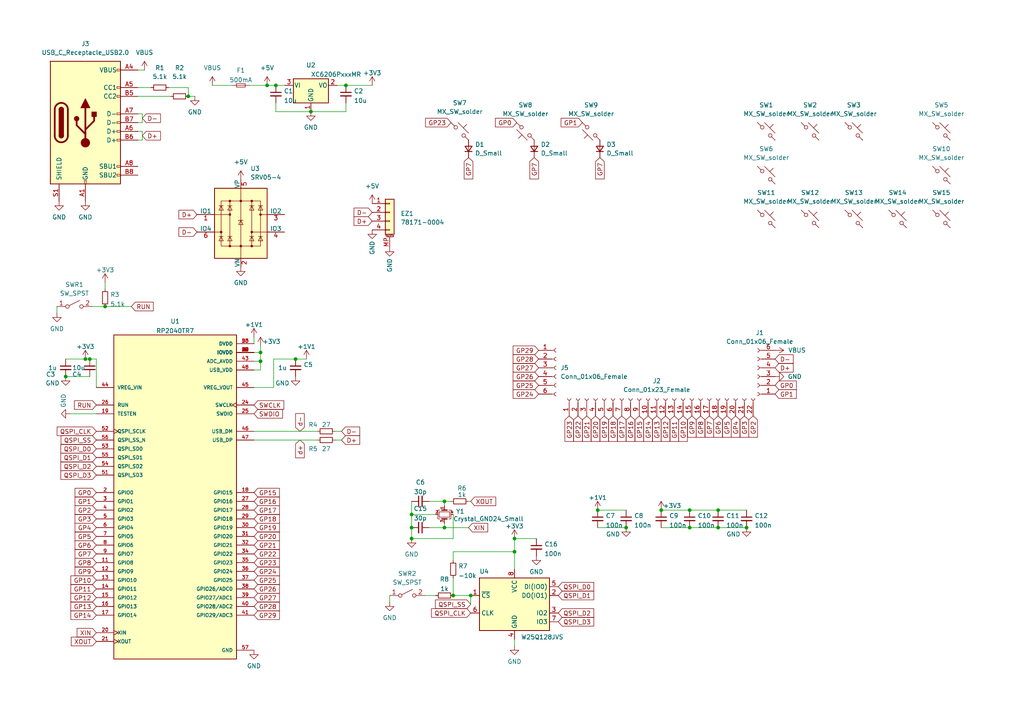
<source format=kicad_sch>
(kicad_sch (version 20211123) (generator eeschema)
  (paper "A4")
  (lib_symbols
    (symbol "Connector:Conn_01x06_Female" (pin_names (offset 1.016) hide)
      (property "Reference" "J" (at 0 7.62 0))
      (property "Value" "Conn_01x06_Female" (at 0 -10.16 0))
      (symbol "Conn_01x06_Female_1_1"
        (pin passive line (at -5.08 5.08 0) (length 3.81) (name "Pin_1") (number "1"))
        (pin passive line (at -5.08 2.54 0) (length 3.81) (name "Pin_2") (number "2"))
        (pin passive line (at -5.08 0 0) (length 3.81) (name "Pin_3") (number "3"))
        (pin passive line (at -5.08 -2.54 0) (length 3.81) (name "Pin_4") (number "4"))
        (pin passive line (at -5.08 -5.08 0) (length 3.81) (name "Pin_5") (number "5"))
        (pin passive line (at -5.08 -7.62 0) (length 3.81) (name "Pin_6") (number "6"))
      )
    )
    (symbol "Connector:Conn_01x22_Female" (pin_names (offset 1.016) hide)
      (property "Reference" "J" (at 0 27.94 0))
      (property "Value" "Conn_01x22_Female" (at 0 -30.48 0))
      (symbol "Conn_01x22_Female_1_1"
        (pin passive line (at -5.08 25.4 0) (length 3.81) (name "Pin_1") (number "1"))
        (pin passive line (at -5.08 2.54 0) (length 3.81) (name "Pin_10") (number "10"))
        (pin passive line (at -5.08 0 0) (length 3.81) (name "Pin_11") (number "11"))
        (pin passive line (at -5.08 -2.54 0) (length 3.81) (name "Pin_12") (number "12"))
        (pin passive line (at -5.08 -5.08 0) (length 3.81) (name "Pin_13") (number "13"))
        (pin passive line (at -5.08 -7.62 0) (length 3.81) (name "Pin_14") (number "14"))
        (pin passive line (at -5.08 -10.16 0) (length 3.81) (name "Pin_15") (number "15"))
        (pin passive line (at -5.08 -12.7 0) (length 3.81) (name "Pin_16") (number "16"))
        (pin passive line (at -5.08 -15.24 0) (length 3.81) (name "Pin_17") (number "17"))
        (pin passive line (at -5.08 -17.78 0) (length 3.81) (name "Pin_18") (number "18"))
        (pin passive line (at -5.08 -20.32 0) (length 3.81) (name "Pin_19") (number "19"))
        (pin passive line (at -5.08 22.86 0) (length 3.81) (name "Pin_2") (number "2"))
        (pin passive line (at -5.08 -22.86 0) (length 3.81) (name "Pin_20") (number "20"))
        (pin passive line (at -5.08 -25.4 0) (length 3.81) (name "Pin_21") (number "21"))
        (pin passive line (at -5.08 -27.94 0) (length 3.81) (name "Pin_22") (number "22"))
        (pin passive line (at -5.08 20.32 0) (length 3.81) (name "Pin_3") (number "3"))
        (pin passive line (at -5.08 17.78 0) (length 3.81) (name "Pin_4") (number "4"))
        (pin passive line (at -5.08 15.24 0) (length 3.81) (name "Pin_5") (number "5"))
        (pin passive line (at -5.08 12.7 0) (length 3.81) (name "Pin_6") (number "6"))
        (pin passive line (at -5.08 10.16 0) (length 3.81) (name "Pin_7") (number "7"))
        (pin passive line (at -5.08 7.62 0) (length 3.81) (name "Pin_8") (number "8"))
        (pin passive line (at -5.08 5.08 0) (length 3.81) (name "Pin_9") (number "9"))
      )
    )
    (symbol "Connector:USB_C_Receptacle_USB2.0" (pin_names (offset 1.016))
      (property "Reference" "J" (at -10.16 19.05 0))
      (property "Value" "USB_C_Receptacle_USB2.0" (at 19.05 19.05 0))
      (symbol "USB_C_Receptacle_USB2.0_1_1"
        (pin passive line (at 0 -22.86 90) (length 5.08) (name "GND") (number "A1"))
        (pin passive line (at 0 -22.86 90) (length 5.08) hide (name "GND") (number "A12"))
        (pin passive line (at 15.24 15.24 180) (length 5.08) (name "VBUS") (number "A4"))
        (pin bidirectional line (at 15.24 10.16 180) (length 5.08) (name "CC1") (number "A5"))
        (pin bidirectional line (at 15.24 -2.54 180) (length 5.08) (name "D+") (number "A6"))
        (pin bidirectional line (at 15.24 2.54 180) (length 5.08) (name "D-") (number "A7"))
        (pin bidirectional line (at 15.24 -12.7 180) (length 5.08) (name "SBU1") (number "A8"))
        (pin passive line (at 15.24 15.24 180) (length 5.08) hide (name "VBUS") (number "A9"))
        (pin passive line (at 0 -22.86 90) (length 5.08) hide (name "GND") (number "B1"))
        (pin passive line (at 0 -22.86 90) (length 5.08) hide (name "GND") (number "B12"))
        (pin passive line (at 15.24 15.24 180) (length 5.08) hide (name "VBUS") (number "B4"))
        (pin bidirectional line (at 15.24 7.62 180) (length 5.08) (name "CC2") (number "B5"))
        (pin bidirectional line (at 15.24 -5.08 180) (length 5.08) (name "D+") (number "B6"))
        (pin bidirectional line (at 15.24 0 180) (length 5.08) (name "D-") (number "B7"))
        (pin bidirectional line (at 15.24 -15.24 180) (length 5.08) (name "SBU2") (number "B8"))
        (pin passive line (at 15.24 15.24 180) (length 5.08) hide (name "VBUS") (number "B9"))
        (pin passive line (at -7.62 -22.86 90) (length 5.08) (name "SHIELD") (number "S1"))
      )
    )
    (symbol "Connector_Generic_MountingPin:Conn_01x04_MountingPin" (pin_names (offset 1.016) hide)
      (property "Reference" "J" (at 0 5.08 0))
      (property "Value" "Conn_01x04_MountingPin" (at 1.27 -7.62 0))
      (symbol "Conn_01x04_MountingPin_1_1"
        (text "Mounting" (at 0 -6.731 0) (effects (font (size 0.381 0.381))))
        (pin passive line (at -5.08 2.54 0) (length 3.81) (name "Pin_1") (number "1"))
        (pin passive line (at -5.08 0 0) (length 3.81) (name "Pin_2") (number "2"))
        (pin passive line (at -5.08 -2.54 0) (length 3.81) (name "Pin_3") (number "3"))
        (pin passive line (at -5.08 -5.08 0) (length 3.81) (name "Pin_4") (number "4"))
        (pin passive line (at 0 -10.16 90) (length 3.048) (name "MountPin") (number "MP"))
      )
    )
    (symbol "Device:C_Small" (pin_numbers hide) (pin_names (offset 0.254) hide)
      (property "Reference" "C" (at 0.254 1.778 0))
      (property "Value" "C_Small" (at 0.254 -2.032 0))
      (symbol "C_Small_1_1"
        (pin passive line (at 0 2.54 270) (length 2.032) (name "~") (number "1"))
        (pin passive line (at 0 -2.54 90) (length 2.032) (name "~") (number "2"))
      )
    )
    (symbol "Device:Crystal_GND24_Small" (pin_names (offset 1.016) hide)
      (property "Reference" "Y" (at 1.27 4.445 0))
      (property "Value" "Crystal_GND24_Small" (at 1.27 2.54 0))
      (symbol "Crystal_GND24_Small_1_1"
        (pin passive line (at -2.54 0 0) (length 1.27) (name "1") (number "1"))
        (pin passive line (at 0 -2.54 90) (length 0.635) (name "2") (number "2"))
        (pin passive line (at 2.54 0 180) (length 1.27) (name "3") (number "3"))
        (pin passive line (at 0 2.54 270) (length 0.635) (name "4") (number "4"))
      )
    )
    (symbol "Device:D_Small" (pin_numbers hide) (pin_names (offset 0.254) hide)
      (property "Reference" "D" (at -1.27 2.032 0))
      (property "Value" "D_Small" (at -3.81 -2.032 0))
      (symbol "D_Small_1_1"
        (pin passive line (at -2.54 0 0) (length 1.778) (name "K") (number "1"))
        (pin passive line (at 2.54 0 180) (length 1.778) (name "A") (number "2"))
      )
    )
    (symbol "Device:Fuse_Small" (pin_numbers hide) (pin_names (offset 0.254) hide)
      (property "Reference" "F" (at 0 -1.524 0))
      (property "Value" "Fuse_Small" (at 0 1.524 0))
      (symbol "Fuse_Small_1_1"
        (pin passive line (at -2.54 0 0) (length 1.27) (name "~") (number "1"))
        (pin passive line (at 2.54 0 180) (length 1.27) (name "~") (number "2"))
      )
    )
    (symbol "Device:R_Small" (pin_numbers hide) (pin_names (offset 0.254) hide)
      (property "Reference" "R" (at 0.762 0.508 0))
      (property "Value" "R_Small" (at 0.762 -1.016 0))
      (symbol "R_Small_1_1"
        (pin passive line (at 0 2.54 270) (length 0.762) (name "~") (number "1"))
        (pin passive line (at 0 -2.54 90) (length 0.762) (name "~") (number "2"))
      )
    )
    (symbol "Memory_Flash:W25Q128JVS"
      (property "Reference" "U" (at -8.89 8.89 0))
      (property "Value" "W25Q128JVS" (at 7.62 8.89 0))
      (symbol "W25Q128JVS_1_1"
        (pin input line (at -12.7 2.54 0) (length 2.54) (name "~{CS}") (number "1"))
        (pin bidirectional line (at 12.7 2.54 180) (length 2.54) (name "DO(IO1)") (number "2"))
        (pin bidirectional line (at 12.7 -2.54 180) (length 2.54) (name "IO2") (number "3"))
        (pin power_in line (at 0 -10.16 90) (length 2.54) (name "GND") (number "4"))
        (pin bidirectional line (at 12.7 5.08 180) (length 2.54) (name "DI(IO0)") (number "5"))
        (pin input line (at -12.7 -2.54 0) (length 2.54) (name "CLK") (number "6"))
        (pin bidirectional line (at 12.7 -5.08 180) (length 2.54) (name "IO3") (number "7"))
        (pin power_in line (at 0 10.16 270) (length 2.54) (name "VCC") (number "8"))
      )
    )
    (symbol "RP2040TR7:RP2040TR7" (pin_names (offset 1.016))
      (property "Reference" "U" (at -17.78 46.99 0))
      (property "Value" "RP2040TR7" (at -17.526 -51.562 0))
      (symbol "RP2040TR7_0_0"
        (pin power_in line (at 22.86 40.64 180) (length 5.08) (name "IOVDD") (number "1"))
        (pin power_in line (at 22.86 40.64 180) (length 5.08) (name "IOVDD") (number "10"))
        (pin bidirectional line (at -22.86 -20.32 0) (length 5.08) (name "GPIO8") (number "11"))
        (pin bidirectional line (at -22.86 -22.86 0) (length 5.08) (name "GPIO9") (number "12"))
        (pin bidirectional line (at -22.86 -25.4 0) (length 5.08) (name "GPIO10") (number "13"))
        (pin bidirectional line (at -22.86 -27.94 0) (length 5.08) (name "GPIO11") (number "14"))
        (pin bidirectional line (at -22.86 -30.48 0) (length 5.08) (name "GPIO12") (number "15"))
        (pin bidirectional line (at -22.86 -33.02 0) (length 5.08) (name "GPIO13") (number "16"))
        (pin bidirectional line (at -22.86 -35.56 0) (length 5.08) (name "GPIO14") (number "17"))
        (pin bidirectional line (at 22.86 0 180) (length 5.08) (name "GPIO15") (number "18"))
        (pin input line (at -22.86 22.86 0) (length 5.08) (name "TESTEN") (number "19"))
        (pin bidirectional line (at -22.86 0 0) (length 5.08) (name "GPIO0") (number "2"))
        (pin input clock (at -22.86 -40.64 0) (length 5.08) (name "XIN") (number "20"))
        (pin output clock (at -22.86 -43.18 0) (length 5.08) (name "XOUT") (number "21"))
        (pin power_in line (at 22.86 40.64 180) (length 5.08) (name "IOVDD") (number "22"))
        (pin power_in line (at 22.86 43.18 180) (length 5.08) (name "DVDD") (number "23"))
        (pin input clock (at 22.86 25.4 180) (length 5.08) (name "SWCLK") (number "24"))
        (pin bidirectional line (at 22.86 22.86 180) (length 5.08) (name "SWDIO") (number "25"))
        (pin input line (at -22.86 25.4 0) (length 5.08) (name "RUN") (number "26"))
        (pin bidirectional line (at 22.86 -2.54 180) (length 5.08) (name "GPIO16") (number "27"))
        (pin bidirectional line (at 22.86 -5.08 180) (length 5.08) (name "GPIO17") (number "28"))
        (pin bidirectional line (at 22.86 -7.62 180) (length 5.08) (name "GPIO18") (number "29"))
        (pin bidirectional line (at -22.86 -2.54 0) (length 5.08) (name "GPIO1") (number "3"))
        (pin bidirectional line (at 22.86 -10.16 180) (length 5.08) (name "GPIO19") (number "30"))
        (pin bidirectional line (at 22.86 -12.7 180) (length 5.08) (name "GPIO20") (number "31"))
        (pin bidirectional line (at 22.86 -15.24 180) (length 5.08) (name "GPIO21") (number "32"))
        (pin power_in line (at 22.86 40.64 180) (length 5.08) (name "IOVDD") (number "33"))
        (pin bidirectional line (at 22.86 -17.78 180) (length 5.08) (name "GPIO22") (number "34"))
        (pin bidirectional line (at 22.86 -20.32 180) (length 5.08) (name "GPIO23") (number "35"))
        (pin bidirectional line (at 22.86 -22.86 180) (length 5.08) (name "GPIO24") (number "36"))
        (pin bidirectional line (at 22.86 -25.4 180) (length 5.08) (name "GPIO25") (number "37"))
        (pin bidirectional line (at 22.86 -27.94 180) (length 5.08) (name "GPIO26/ADC0") (number "38"))
        (pin bidirectional line (at 22.86 -30.48 180) (length 5.08) (name "GPIO27/ADC1") (number "39"))
        (pin bidirectional line (at -22.86 -5.08 0) (length 5.08) (name "GPIO2") (number "4"))
        (pin bidirectional line (at 22.86 -33.02 180) (length 5.08) (name "GPIO28/ADC2") (number "40"))
        (pin bidirectional line (at 22.86 -35.56 180) (length 5.08) (name "GPIO29/ADC3") (number "41"))
        (pin power_in line (at 22.86 40.64 180) (length 5.08) (name "IOVDD") (number "42"))
        (pin power_in line (at 22.86 38.1 180) (length 5.08) (name "ADC_AVDD") (number "43"))
        (pin input line (at -22.86 30.48 0) (length 5.08) (name "VREG_VIN") (number "44"))
        (pin output line (at 22.86 30.48 180) (length 5.08) (name "VREG_VOUT") (number "45"))
        (pin bidirectional line (at 22.86 17.78 180) (length 5.08) (name "USB_DM") (number "46"))
        (pin bidirectional line (at 22.86 15.24 180) (length 5.08) (name "USB_DP") (number "47"))
        (pin power_in line (at 22.86 35.56 180) (length 5.08) (name "USB_VDD") (number "48"))
        (pin power_in line (at 22.86 40.64 180) (length 5.08) (name "IOVDD") (number "49"))
        (pin bidirectional line (at -22.86 -7.62 0) (length 5.08) (name "GPIO3") (number "5"))
        (pin power_in line (at 22.86 43.18 180) (length 5.08) (name "DVDD") (number "50"))
        (pin bidirectional line (at -22.86 5.08 0) (length 5.08) (name "QSPI_SD3") (number "51"))
        (pin bidirectional clock (at -22.86 17.78 0) (length 5.08) (name "QSPI_SCLK") (number "52"))
        (pin bidirectional line (at -22.86 12.7 0) (length 5.08) (name "QSPI_SD0") (number "53"))
        (pin bidirectional line (at -22.86 7.62 0) (length 5.08) (name "QSPI_SD2") (number "54"))
        (pin bidirectional line (at -22.86 10.16 0) (length 5.08) (name "QSPI_SD1") (number "55"))
        (pin bidirectional line (at -22.86 15.24 0) (length 5.08) (name "QSPI_SS_N") (number "56"))
        (pin power_in line (at 22.86 -45.72 180) (length 5.08) (name "GND") (number "57"))
        (pin bidirectional line (at -22.86 -10.16 0) (length 5.08) (name "GPIO4") (number "6"))
        (pin bidirectional line (at -22.86 -12.7 0) (length 5.08) (name "GPIO5") (number "7"))
        (pin bidirectional line (at -22.86 -15.24 0) (length 5.08) (name "GPIO6") (number "8"))
        (pin bidirectional line (at -22.86 -17.78 0) (length 5.08) (name "GPIO7") (number "9"))
      )
    )
    (symbol "Regulator_Linear:XC6206PxxxMR" (pin_names (offset 0.254))
      (property "Reference" "U" (at -3.81 3.175 0))
      (property "Value" "XC6206PxxxMR" (at 0 3.175 0))
      (symbol "XC6206PxxxMR_1_1"
        (pin power_in line (at 0 -7.62 90) (length 2.54) (name "GND") (number "1"))
        (pin power_out line (at 7.62 0 180) (length 2.54) (name "VO") (number "2"))
        (pin power_in line (at -7.62 0 0) (length 2.54) (name "VI") (number "3"))
      )
    )
    (symbol "Switch:SW_SPST" (pin_names (offset 0) hide)
      (property "Reference" "SW" (at 0 3.175 0))
      (property "Value" "SW_SPST" (at 0 -2.54 0))
      (symbol "SW_SPST_1_1"
        (pin passive line (at -5.08 0 0) (length 2.54) (name "A") (number "1"))
        (pin passive line (at 5.08 0 180) (length 2.54) (name "B") (number "2"))
      )
    )
    (symbol "marbastlib-mx:MX_SW_solder" (pin_numbers hide) (pin_names (offset 1.016) hide)
      (property "Reference" "SW" (at 3.048 1.016 0))
      (property "Value" "MX_SW_solder" (at 0 -3.81 0))
      (symbol "MX_SW_solder_0_1"
        (pin passive line (at -2.54 2.54 0) (length 0) (name "1") (number "1"))
        (pin passive line (at 2.54 -2.54 180) (length 0) (name "2") (number "2"))
      )
    )
    (symbol "marbastlib-various:SRV05-4" (pin_names (offset 0))
      (property "Reference" "U" (at -5.08 11.43 0))
      (property "Value" "SRV05-4" (at 2.54 11.43 0))
      (symbol "SRV05-4_1_1"
        (pin passive line (at -12.7 2.54 0) (length 5.08) (name "IO1") (number "1"))
        (pin passive line (at 0 -12.7 90) (length 2.54) (name "VN") (number "2"))
        (pin passive line (at 12.7 2.54 180) (length 5.08) (name "IO2") (number "3"))
        (pin passive line (at 12.7 -2.54 180) (length 5.08) (name "IO3") (number "4"))
        (pin passive line (at 0 12.7 270) (length 2.54) (name "VP") (number "5"))
        (pin passive line (at -12.7 -2.54 0) (length 5.08) (name "IO4") (number "6"))
      )
    )
    (symbol "power:+1V1" (power) (pin_names (offset 0))
      (property "Value" "+1V1" (at 0 3.556 0))
      (symbol "+1V1_1_1"
        (pin power_in line (at 0 0 90) (length 0) hide (name "+1V1") (number "1"))
      )
    )
    (symbol "power:+3V3" (power) (pin_names (offset 0))
      (property "Value" "+3V3" (at 0 3.556 0))
      (symbol "+3V3_1_1"
        (pin power_in line (at 0 0 90) (length 0) hide (name "+3V3") (number "1"))
      )
    )
    (symbol "power:+5V" (power) (pin_names (offset 0))
      (property "Value" "+5V" (at 0 3.556 0))
      (symbol "+5V_1_1"
        (pin power_in line (at 0 0 90) (length 0) hide (name "+5V") (number "1"))
      )
    )
    (symbol "power:GND" (power) (pin_names (offset 0))
      (property "Value" "GND" (at 0 -3.81 0))
      (symbol "GND_1_1"
        (pin power_in line (at 0 0 270) (length 0) hide (name "GND") (number "1"))
      )
    )
    (symbol "power:VBUS" (power) (pin_names (offset 0))
      (property "Value" "VBUS" (at 0 3.81 0))
      (symbol "VBUS_1_1"
        (pin power_in line (at 0 0 90) (length 0) hide (name "VBUS") (number "1"))
      )
    )
  )
  (junction (at 119.38 149.225))
  (junction (at 119.38 156.21))
  (junction (at 149.225 160.02))
  (junction (at 200.025 153.035))
  (junction (at 19.05 109.22))
  (junction (at 208.28 153.035))
  (junction (at 131.445 172.72))
  (junction (at 191.77 147.955))
  (junction (at 85.725 104.14))
  (junction (at 200.025 147.955))
  (junction (at 90.17 32.385))
  (junction (at 54.61 27.94))
  (junction (at 26.035 104.14))
  (junction (at 149.225 156.21))
  (junction (at 30.48 88.9))
  (junction (at 100.33 24.765))
  (junction (at 77.47 24.765))
  (junction (at 80.01 24.765))
  (junction (at 173.355 147.955))
  (junction (at 128.905 153.035))
  (junction (at 136.525 172.72))
  (junction (at 119.38 153.035))
  (junction (at 75.565 102.235))
  (junction (at 216.535 153.035))
  (junction (at 208.28 147.955))
  (junction (at 24.765 104.14))
  (junction (at 181.61 153.035))
  (junction (at 75.565 104.775))
  (junction (at 128.905 145.415))
  (wire (pts (xy 173.355 153.035) (xy 181.61 153.035)))
  (wire (pts (xy 75.565 104.775) (xy 75.565 102.235)))
  (wire (pts (xy 40.005 38.1) (xy 41.275 38.1)))
  (wire (pts (xy 149.225 160.02) (xy 149.225 156.21)))
  (wire (pts (xy 48.895 25.4) (xy 54.61 25.4)))
  (wire (pts (xy 80.01 24.765) (xy 82.55 24.765)))
  (wire (pts (xy 131.445 149.225) (xy 131.445 156.21)))
  (wire (pts (xy 73.66 125.095) (xy 92.075 125.095)))
  (wire (pts (xy 124.46 153.035) (xy 128.905 153.035)))
  (wire (pts (xy 41.275 33.02) (xy 41.275 35.56)))
  (wire (pts (xy 131.445 172.72) (xy 131.445 167.64)))
  (wire (pts (xy 100.33 32.385) (xy 100.33 29.845)))
  (wire (pts (xy 61.595 24.765) (xy 67.31 24.765)))
  (wire (pts (xy 73.66 127.635) (xy 92.075 127.635)))
  (wire (pts (xy 119.38 156.21) (xy 119.38 153.035)))
  (wire (pts (xy 16.51 90.805) (xy 16.51 88.9)))
  (wire (pts (xy 128.905 145.415) (xy 128.905 146.685)))
  (wire (pts (xy 119.38 149.225) (xy 126.365 149.225)))
  (wire (pts (xy 128.905 153.035) (xy 135.89 153.035)))
  (wire (pts (xy 200.025 153.035) (xy 208.28 153.035)))
  (wire (pts (xy 149.225 185.42) (xy 149.225 187.325)))
  (wire (pts (xy 26.67 88.9) (xy 30.48 88.9)))
  (wire (pts (xy 73.66 107.315) (xy 75.565 107.315)))
  (wire (pts (xy 40.005 33.02) (xy 41.275 33.02)))
  (wire (pts (xy 136.525 172.72) (xy 131.445 172.72)))
  (wire (pts (xy 30.48 81.915) (xy 30.48 83.82)))
  (wire (pts (xy 136.525 145.415) (xy 135.89 145.415)))
  (wire (pts (xy 200.025 147.955) (xy 208.28 147.955)))
  (wire (pts (xy 41.275 35.56) (xy 40.005 35.56)))
  (wire (pts (xy 41.275 38.1) (xy 41.275 40.64)))
  (wire (pts (xy 73.66 112.395) (xy 79.375 112.395)))
  (wire (pts (xy 30.48 88.9) (xy 38.1 88.9)))
  (wire (pts (xy 19.05 104.14) (xy 24.765 104.14)))
  (wire (pts (xy 19.05 109.22) (xy 26.035 109.22)))
  (wire (pts (xy 80.01 32.385) (xy 90.17 32.385)))
  (wire (pts (xy 26.035 104.14) (xy 27.94 104.14)))
  (wire (pts (xy 191.77 147.955) (xy 200.025 147.955)))
  (wire (pts (xy 85.725 104.14) (xy 88.9 104.14)))
  (wire (pts (xy 73.66 102.235) (xy 75.565 102.235)))
  (wire (pts (xy 130.81 145.415) (xy 128.905 145.415)))
  (wire (pts (xy 40.005 20.32) (xy 41.91 20.32)))
  (wire (pts (xy 73.66 97.79) (xy 73.66 99.695)))
  (wire (pts (xy 40.005 27.94) (xy 49.53 27.94)))
  (wire (pts (xy 54.61 25.4) (xy 54.61 27.94)))
  (wire (pts (xy 77.47 24.765) (xy 80.01 24.765)))
  (wire (pts (xy 208.28 153.035) (xy 216.535 153.035)))
  (wire (pts (xy 131.445 160.02) (xy 149.225 160.02)))
  (wire (pts (xy 113.03 174.625) (xy 113.03 172.72)))
  (wire (pts (xy 97.79 24.765) (xy 100.33 24.765)))
  (wire (pts (xy 128.905 151.765) (xy 128.905 153.035)))
  (wire (pts (xy 123.19 172.72) (xy 126.365 172.72)))
  (wire (pts (xy 54.61 27.94) (xy 56.515 27.94)))
  (wire (pts (xy 97.155 125.095) (xy 99.06 125.095)))
  (wire (pts (xy 80.01 29.845) (xy 80.01 32.385)))
  (wire (pts (xy 72.39 24.765) (xy 77.47 24.765)))
  (wire (pts (xy 119.38 145.415) (xy 119.38 149.225)))
  (wire (pts (xy 124.46 145.415) (xy 128.905 145.415)))
  (wire (pts (xy 173.355 147.955) (xy 181.61 147.955)))
  (wire (pts (xy 191.77 153.035) (xy 200.025 153.035)))
  (wire (pts (xy 27.94 112.395) (xy 27.94 104.14)))
  (wire (pts (xy 208.28 147.955) (xy 216.535 147.955)))
  (wire (pts (xy 131.445 156.21) (xy 119.38 156.21)))
  (wire (pts (xy 131.445 162.56) (xy 131.445 160.02)))
  (wire (pts (xy 136.525 172.72) (xy 136.525 175.26)))
  (wire (pts (xy 97.155 127.635) (xy 99.06 127.635)))
  (wire (pts (xy 20.32 120.015) (xy 27.94 120.015)))
  (wire (pts (xy 79.375 104.14) (xy 85.725 104.14)))
  (wire (pts (xy 149.225 165.1) (xy 149.225 160.02)))
  (wire (pts (xy 149.225 156.21) (xy 155.575 156.21)))
  (wire (pts (xy 90.17 32.385) (xy 100.33 32.385)))
  (wire (pts (xy 100.33 24.765) (xy 107.95 24.765)))
  (wire (pts (xy 119.38 149.225) (xy 119.38 153.035)))
  (wire (pts (xy 40.005 25.4) (xy 43.815 25.4)))
  (wire (pts (xy 75.565 100.33) (xy 75.565 102.235)))
  (wire (pts (xy 75.565 107.315) (xy 75.565 104.775)))
  (wire (pts (xy 41.275 40.64) (xy 40.005 40.64)))
  (wire (pts (xy 79.375 112.395) (xy 79.375 104.14)))
  (wire (pts (xy 73.66 104.775) (xy 75.565 104.775)))
  (wire (pts (xy 24.765 104.14) (xy 26.035 104.14)))
  (global_label "QSPI_CLK" (shape input) (at 136.525 177.8 180) (property "Intersheet References" "${INTERSHEET_REFS}" (effects hide)))
  (global_label "QSPI_D0" (shape input) (at 27.94 130.175 180) (property "Intersheet References" "${INTERSHEET_REFS}" (effects hide)))
  (global_label "D+" (shape input) (at 41.275 39.37 0) (property "Intersheet References" "${INTERSHEET_REFS}" (effects hide)))
  (global_label "GP15" (shape input) (at 185.42 120.65 270) (property "Intersheet References" "${INTERSHEET_REFS}" (effects hide)))
  (global_label "GP3" (shape input) (at 27.94 150.495 180) (property "Intersheet References" "${INTERSHEET_REFS}" (effects hide)))
  (global_label "GP12" (shape input) (at 193.04 120.65 270) (property "Intersheet References" "${INTERSHEET_REFS}" (effects hide)))
  (global_label "GP23" (shape input) (at 165.1 120.65 270) (property "Intersheet References" "${INTERSHEET_REFS}" (effects hide)))
  (global_label "QSPI_D2" (shape input) (at 161.925 177.8 0) (property "Intersheet References" "${INTERSHEET_REFS}" (effects hide)))
  (global_label "GP7" (shape input) (at 205.74 120.65 270) (property "Intersheet References" "${INTERSHEET_REFS}" (effects hide)))
  (global_label "XOUT" (shape input) (at 136.525 145.415 0) (property "Intersheet References" "${INTERSHEET_REFS}" (effects hide)))
  (global_label "GP21" (shape input) (at 170.18 120.65 270) (property "Intersheet References" "${INTERSHEET_REFS}" (effects hide)))
  (global_label "GP9" (shape input) (at 27.94 165.735 180) (property "Intersheet References" "${INTERSHEET_REFS}" (effects hide)))
  (global_label "GP7" (shape input) (at 27.94 160.655 180) (property "Intersheet References" "${INTERSHEET_REFS}" (effects hide)))
  (global_label "GP27" (shape input) (at 156.21 106.68 180) (property "Intersheet References" "${INTERSHEET_REFS}" (effects hide)))
  (global_label "GP26" (shape input) (at 73.66 170.815 0) (property "Intersheet References" "${INTERSHEET_REFS}" (effects hide)))
  (global_label "QSPI_SS" (shape input) (at 27.94 127.635 180) (property "Intersheet References" "${INTERSHEET_REFS}" (effects hide)))
  (global_label "GP21" (shape input) (at 73.66 158.115 0) (property "Intersheet References" "${INTERSHEET_REFS}" (effects hide)))
  (global_label "QSPI_D1" (shape input) (at 27.94 132.715 180) (property "Intersheet References" "${INTERSHEET_REFS}" (effects hide)))
  (global_label "GP2" (shape input) (at 218.44 120.65 270) (property "Intersheet References" "${INTERSHEET_REFS}" (effects hide)))
  (global_label "GP4" (shape input) (at 213.36 120.65 270) (property "Intersheet References" "${INTERSHEET_REFS}" (effects hide)))
  (global_label "QSPI_D3" (shape input) (at 27.94 137.795 180) (property "Intersheet References" "${INTERSHEET_REFS}" (effects hide)))
  (global_label "GP15" (shape input) (at 73.66 142.875 0) (property "Intersheet References" "${INTERSHEET_REFS}" (effects hide)))
  (global_label "GP26" (shape input) (at 156.21 109.22 180) (property "Intersheet References" "${INTERSHEET_REFS}" (effects hide)))
  (global_label "GP10" (shape input) (at 198.12 120.65 270) (property "Intersheet References" "${INTERSHEET_REFS}" (effects hide)))
  (global_label "GP22" (shape input) (at 167.64 120.65 270) (property "Intersheet References" "${INTERSHEET_REFS}" (effects hide)))
  (global_label "GP29" (shape input) (at 156.21 101.6 180) (property "Intersheet References" "${INTERSHEET_REFS}" (effects hide)))
  (global_label "GP4" (shape input) (at 27.94 153.035 180) (property "Intersheet References" "${INTERSHEET_REFS}" (effects hide)))
  (global_label "QSPI_D2" (shape input) (at 27.94 135.255 180) (property "Intersheet References" "${INTERSHEET_REFS}" (effects hide)))
  (global_label "GP0" (shape input) (at 224.79 111.76 0) (property "Intersheet References" "${INTERSHEET_REFS}" (effects hide)))
  (global_label "GP1" (shape input) (at 224.79 114.3 0) (property "Intersheet References" "${INTERSHEET_REFS}" (effects hide)))
  (global_label "GP23" (shape input) (at 130.81 35.56 180) (property "Intersheet References" "${INTERSHEET_REFS}" (effects hide)))
  (global_label "GP8" (shape input) (at 27.94 163.195 180) (property "Intersheet References" "${INTERSHEET_REFS}" (effects hide)))
  (global_label "GP7" (shape input) (at 154.94 45.72 270) (property "Intersheet References" "${INTERSHEET_REFS}" (effects hide)))
  (global_label "GP6" (shape input) (at 208.28 120.65 270) (property "Intersheet References" "${INTERSHEET_REFS}" (effects hide)))
  (global_label "GP11" (shape input) (at 195.58 120.65 270) (property "Intersheet References" "${INTERSHEET_REFS}" (effects hide)))
  (global_label "GP5" (shape input) (at 210.82 120.65 270) (property "Intersheet References" "${INTERSHEET_REFS}" (effects hide)))
  (global_label "GP20" (shape input) (at 172.72 120.65 270) (property "Intersheet References" "${INTERSHEET_REFS}" (effects hide)))
  (global_label "GP8" (shape input) (at 203.2 120.65 270) (property "Intersheet References" "${INTERSHEET_REFS}" (effects hide)))
  (global_label "GP18" (shape input) (at 177.8 120.65 270) (property "Intersheet References" "${INTERSHEET_REFS}" (effects hide)))
  (global_label "GP13" (shape input) (at 27.94 175.895 180) (property "Intersheet References" "${INTERSHEET_REFS}" (effects hide)))
  (global_label "SWDIO" (shape input) (at 73.66 120.015 0) (property "Intersheet References" "${INTERSHEET_REFS}" (effects hide)))
  (global_label "GP9" (shape input) (at 200.66 120.65 270) (property "Intersheet References" "${INTERSHEET_REFS}" (effects hide)))
  (global_label "GP7" (shape input) (at 173.99 45.72 270) (property "Intersheet References" "${INTERSHEET_REFS}" (effects hide)))
  (global_label "GP5" (shape input) (at 27.94 155.575 180) (property "Intersheet References" "${INTERSHEET_REFS}" (effects hide)))
  (global_label "SWCLK" (shape input) (at 73.66 117.475 0) (property "Intersheet References" "${INTERSHEET_REFS}" (effects hide)))
  (global_label "D-" (shape input) (at 41.275 34.29 0) (property "Intersheet References" "${INTERSHEET_REFS}" (effects hide)))
  (global_label "GP17" (shape input) (at 180.34 120.65 270) (property "Intersheet References" "${INTERSHEET_REFS}" (effects hide)))
  (global_label "GP6" (shape input) (at 27.94 158.115 180) (property "Intersheet References" "${INTERSHEET_REFS}" (effects hide)))
  (global_label "GP16" (shape input) (at 73.66 145.415 0) (property "Intersheet References" "${INTERSHEET_REFS}" (effects hide)))
  (global_label "GP28" (shape input) (at 73.66 175.895 0) (property "Intersheet References" "${INTERSHEET_REFS}" (effects hide)))
  (global_label "GP19" (shape input) (at 175.26 120.65 270) (property "Intersheet References" "${INTERSHEET_REFS}" (effects hide)))
  (global_label "QSPI_D0" (shape input) (at 161.925 170.18 0) (property "Intersheet References" "${INTERSHEET_REFS}" (effects hide)))
  (global_label "GP0" (shape input) (at 27.94 142.875 180) (property "Intersheet References" "${INTERSHEET_REFS}" (effects hide)))
  (global_label "D-" (shape input) (at 107.95 61.595 180) (property "Intersheet References" "${INTERSHEET_REFS}" (effects hide)))
  (global_label "D+" (shape input) (at 224.79 106.68 0) (property "Intersheet References" "${INTERSHEET_REFS}" (effects hide)))
  (global_label "GP25" (shape input) (at 156.21 111.76 180) (property "Intersheet References" "${INTERSHEET_REFS}" (effects hide)))
  (global_label "GP28" (shape input) (at 156.21 104.14 180) (property "Intersheet References" "${INTERSHEET_REFS}" (effects hide)))
  (global_label "GP14" (shape input) (at 187.96 120.65 270) (property "Intersheet References" "${INTERSHEET_REFS}" (effects hide)))
  (global_label "d-" (shape input) (at 86.995 125.095 90) (property "Intersheet References" "${INTERSHEET_REFS}" (effects hide)))
  (global_label "GP13" (shape input) (at 190.5 120.65 270) (property "Intersheet References" "${INTERSHEET_REFS}" (effects hide)))
  (global_label "GP18" (shape input) (at 73.66 150.495 0) (property "Intersheet References" "${INTERSHEET_REFS}" (effects hide)))
  (global_label "GP25" (shape input) (at 73.66 168.275 0) (property "Intersheet References" "${INTERSHEET_REFS}" (effects hide)))
  (global_label "D+" (shape input) (at 107.95 64.135 180) (property "Intersheet References" "${INTERSHEET_REFS}" (effects hide)))
  (global_label "GP24" (shape input) (at 73.66 165.735 0) (property "Intersheet References" "${INTERSHEET_REFS}" (effects hide)))
  (global_label "GP0" (shape input) (at 149.86 35.56 180) (property "Intersheet References" "${INTERSHEET_REFS}" (effects hide)))
  (global_label "D-" (shape input) (at 99.06 125.095 0) (property "Intersheet References" "${INTERSHEET_REFS}" (effects hide)))
  (global_label "GP29" (shape input) (at 73.66 178.435 0) (property "Intersheet References" "${INTERSHEET_REFS}" (effects hide)))
  (global_label "GP14" (shape input) (at 27.94 178.435 180) (property "Intersheet References" "${INTERSHEET_REFS}" (effects hide)))
  (global_label "GP10" (shape input) (at 27.94 168.275 180) (property "Intersheet References" "${INTERSHEET_REFS}" (effects hide)))
  (global_label "GP2" (shape input) (at 27.94 147.955 180) (property "Intersheet References" "${INTERSHEET_REFS}" (effects hide)))
  (global_label "GP20" (shape input) (at 73.66 155.575 0) (property "Intersheet References" "${INTERSHEET_REFS}" (effects hide)))
  (global_label "GP22" (shape input) (at 73.66 160.655 0) (property "Intersheet References" "${INTERSHEET_REFS}" (effects hide)))
  (global_label "GP16" (shape input) (at 182.88 120.65 270) (property "Intersheet References" "${INTERSHEET_REFS}" (effects hide)))
  (global_label "GP24" (shape input) (at 156.21 114.3 180) (property "Intersheet References" "${INTERSHEET_REFS}" (effects hide)))
  (global_label "GP17" (shape input) (at 73.66 147.955 0) (property "Intersheet References" "${INTERSHEET_REFS}" (effects hide)))
  (global_label "XOUT" (shape input) (at 27.94 186.055 180) (property "Intersheet References" "${INTERSHEET_REFS}" (effects hide)))
  (global_label "D+" (shape input) (at 57.15 62.23 180) (property "Intersheet References" "${INTERSHEET_REFS}" (effects hide)))
  (global_label "GP19" (shape input) (at 73.66 153.035 0) (property "Intersheet References" "${INTERSHEET_REFS}" (effects hide)))
  (global_label "GP11" (shape input) (at 27.94 170.815 180) (property "Intersheet References" "${INTERSHEET_REFS}" (effects hide)))
  (global_label "QSPI_D1" (shape input) (at 161.925 172.72 0) (property "Intersheet References" "${INTERSHEET_REFS}" (effects hide)))
  (global_label "XIN" (shape input) (at 27.94 183.515 180) (property "Intersheet References" "${INTERSHEET_REFS}" (effects hide)))
  (global_label "QSPI_D3" (shape input) (at 161.925 180.34 0) (property "Intersheet References" "${INTERSHEET_REFS}" (effects hide)))
  (global_label "D-" (shape input) (at 57.15 67.31 180) (property "Intersheet References" "${INTERSHEET_REFS}" (effects hide)))
  (global_label "XIN" (shape input) (at 135.89 153.035 0) (property "Intersheet References" "${INTERSHEET_REFS}" (effects hide)))
  (global_label "QSPI_SS" (shape input) (at 136.525 175.26 180) (property "Intersheet References" "${INTERSHEET_REFS}" (effects hide)))
  (global_label "GP1" (shape input) (at 27.94 145.415 180) (property "Intersheet References" "${INTERSHEET_REFS}" (effects hide)))
  (global_label "RUN" (shape input) (at 27.94 117.475 180) (property "Intersheet References" "${INTERSHEET_REFS}" (effects hide)))
  (global_label "QSPI_CLK" (shape input) (at 27.94 125.095 180) (property "Intersheet References" "${INTERSHEET_REFS}" (effects hide)))
  (global_label "GP7" (shape input) (at 135.89 45.72 270) (property "Intersheet References" "${INTERSHEET_REFS}" (effects hide)))
  (global_label "GP27" (shape input) (at 73.66 173.355 0) (property "Intersheet References" "${INTERSHEET_REFS}" (effects hide)))
  (global_label "d+" (shape input) (at 86.995 127.635 270) (property "Intersheet References" "${INTERSHEET_REFS}" (effects hide)))
  (global_label "GP12" (shape input) (at 27.94 173.355 180) (property "Intersheet References" "${INTERSHEET_REFS}" (effects hide)))
  (global_label "D-" (shape input) (at 224.79 104.14 0) (property "Intersheet References" "${INTERSHEET_REFS}" (effects hide)))
  (global_label "GP1" (shape input) (at 168.91 35.56 180) (property "Intersheet References" "${INTERSHEET_REFS}" (effects hide)))
  (global_label "GP23" (shape input) (at 73.66 163.195 0) (property "Intersheet References" "${INTERSHEET_REFS}" (effects hide)))
  (global_label "D+" (shape input) (at 99.06 127.635 0) (property "Intersheet References" "${INTERSHEET_REFS}" (effects hide)))
  (global_label "GP3" (shape input) (at 215.9 120.65 270) (property "Intersheet References" "${INTERSHEET_REFS}" (effects hide)))
  (global_label "RUN" (shape input) (at 38.1 88.9 0) (property "Intersheet References" "${INTERSHEET_REFS}" (effects hide)))
  (symbol (lib_id "power:GND") (at 69.85 77.47 0) (unit 1)
    (property "Reference" "#PWR0129" (effects hide))
    (property "Value" "GND" (at 69.85 82.0325 0))
  )
  (symbol (lib_id "Connector:USB_C_Receptacle_USB2.0") (at 24.765 35.56 0) (unit 1)
    (property "Reference" "J3" (at 24.765 12.7 0))
    (property "Value" "USB_C_Receptacle_USB2.0" (at 24.765 15.24 0))
    (property "Footprint" "Connector_USB:USB_C_Receptacle_HRO_TYPE-C-31-M-12" (effects hide))
    (property "Datasheet" "https://www.usb.org/sites/default/files/documents/usb_type-c.zip" (effects hide))
  )
  (symbol (lib_id "Connector_Generic_MountingPin:Conn_01x04_MountingPin") (at 113.03 61.595 0) (unit 1)
    (property "Reference" "EZ1" (at 116.205 61.9505 0) (effects (justify left)))
    (property "Value" "78171-0004" (at 116.205 64.4905 0) (effects (justify left)))
    (property "Footprint" "locallib:PicoEZMate-Reinforced-Lite" (effects hide))
    (property "Manufacturer" "MOLEX" (effects hide))
    (property "Manufacturer Part Number" "78171-0004" (effects hide))
    (property "LCSC Part Number" "C588524" (effects hide))
  )
  (symbol (lib_id "Device:C_Small") (at 173.355 150.495 0) (unit 1)
    (property "Reference" "C7" (at 175.6791 149.5928 0) (effects (justify left)))
    (property "Value" "100n" (at 175.6791 152.3679 0) (effects (justify left)))
    (property "Footprint" "Capacitor_SMD:C_0201_0603Metric" (effects hide))
  )
  (symbol (lib_id "Device:D_Small") (at 154.94 43.18 90) (unit 1)
    (property "Reference" "D2" (at 156.845 41.9099 90) (effects (justify right)))
    (property "Value" "D_Small" (at 156.845 44.4499 90) (effects (justify right)))
    (property "Footprint" "Diode_SMD:D_SOD-123" (effects hide))
  )
  (symbol (lib_id "power:GND") (at 16.51 90.805 0) (unit 1)
    (property "Reference" "#PWR0122" (effects hide))
    (property "Value" "GND" (at 16.51 95.3675 0))
  )
  (symbol (lib_id "Device:C_Small") (at 121.92 145.415 90) (unit 1)
    (property "Reference" "C6" (at 121.9263 139.8864 90))
    (property "Value" "30p" (at 121.9263 142.6615 90))
    (property "Footprint" "Capacitor_SMD:C_0201_0603Metric" (effects hide))
  )
  (symbol (lib_id "marbastlib-mx:MX_SW_solder") (at 234.95 38.1 0) (unit 1)
    (property "Reference" "SW2" (at 234.95 30.48 0))
    (property "Value" "MX_SW_solder" (at 234.95 33.02 0))
    (property "Footprint" "marbastlib-mx:SW_MX_1u" (effects hide))
  )
  (symbol (lib_id "marbastlib-various:SRV05-4") (at 69.85 64.77 0) (unit 1)
    (property "Reference" "U3" (at 72.6187 48.895 0) (effects (justify left)))
    (property "Value" "SRV05-4" (at 72.6187 51.435 0) (effects (justify left)))
    (property "Footprint" "marbastlib-various:SOT-23-6-routable" (effects hide))
    (property "Datasheet" "http://www.onsemi.com/pub/Collateral/SRV05-4-D.PDF" (effects hide))
  )
  (symbol (lib_id "power:+3V3") (at 107.95 24.765 0) (unit 1)
    (property "Reference" "#PWR0119" (effects hide))
    (property "Value" "+3V3" (at 107.95 21.1605 0))
  )
  (symbol (lib_id "marbastlib-mx:MX_SW_solder") (at 247.65 63.5 0) (unit 1)
    (property "Reference" "SW13" (at 247.65 55.88 0))
    (property "Value" "MX_SW_solder" (at 247.65 58.42 0))
    (property "Footprint" "marbastlib-mx:SW_MX_1u" (effects hide))
  )
  (symbol (lib_id "marbastlib-mx:MX_SW_solder") (at 171.45 38.1 180) (unit 1)
    (property "Reference" "SW9" (at 171.45 30.48 0))
    (property "Value" "MX_SW_solder" (at 171.45 33.02 0))
    (property "Footprint" "marbastlib-mx:SW_MX_1u" (effects hide))
  )
  (symbol (lib_id "Connector:Conn_01x06_Female") (at 219.71 109.22 180) (unit 1)
    (property "Reference" "J1" (at 220.345 96.52 0))
    (property "Value" "Conn_01x06_Female" (at 220.345 99.06 0))
    (property "Footprint" "Connector_PinHeader_2.54mm:PinHeader_1x06_P2.54mm_Vertical" (effects hide))
  )
  (symbol (lib_id "Device:C_Small") (at 181.61 150.495 0) (unit 1)
    (property "Reference" "C8" (at 183.9341 149.5928 0) (effects (justify left)))
    (property "Value" "100n" (at 183.9341 152.3679 0) (effects (justify left)))
    (property "Footprint" "Capacitor_SMD:C_0201_0603Metric" (effects hide))
  )
  (symbol (lib_id "Device:C_Small") (at 191.77 150.495 0) (unit 1)
    (property "Reference" "C9" (at 194.0941 149.5928 0) (effects (justify left)))
    (property "Value" "100n" (at 194.0941 152.3679 0) (effects (justify left)))
    (property "Footprint" "Capacitor_SMD:C_0201_0603Metric" (effects hide))
  )
  (symbol (lib_id "Device:Crystal_GND24_Small") (at 128.905 149.225 270) (unit 1)
    (property "Reference" "Y1" (at 132.2324 148.3165 90) (effects (justify left)))
    (property "Value" "Crystal_GND24_Small" (at 131.445 150.495 90) (effects (justify left)))
    (property "Footprint" "Crystal:Crystal_SMD_2520-4Pin_2.5x2.0mm" (effects hide))
  )
  (symbol (lib_id "Device:Fuse_Small") (at 69.85 24.765 0) (unit 1)
    (property "Reference" "F1" (at 69.85 20.4175 0))
    (property "Value" "500mA" (at 69.85 23.1926 0))
    (property "Footprint" "Fuse:Fuse_1206_3216Metric" (effects hide))
  )
  (symbol (lib_id "power:GND") (at 17.145 58.42 0) (unit 1)
    (property "Reference" "#PWR0132" (effects hide))
    (property "Value" "GND" (at 17.145 62.9825 0))
  )
  (symbol (lib_id "power:GND") (at 113.03 71.755 0) (unit 1)
    (property "Reference" "#PWR0123" (effects hide))
    (property "Value" "GND" (at 113.03 74.93 90) (effects (justify right)))
  )
  (symbol (lib_id "power:VBUS") (at 41.91 20.32 0) (unit 1)
    (property "Reference" "#PWR0133" (effects hide))
    (property "Value" "VBUS" (at 41.91 15.24 0))
  )
  (symbol (lib_id "power:GND") (at 20.32 120.015 270) (unit 1)
    (property "Reference" "#PWR0124" (effects hide))
    (property "Value" "GND" (at 18.415 116.205 0))
  )
  (symbol (lib_id "Device:R_Small") (at 46.355 25.4 270) (unit 1)
    (property "Reference" "R1" (at 46.355 19.685 90))
    (property "Value" "5.1k" (at 46.355 22.225 90))
    (property "Footprint" "Resistor_SMD:R_0201_0603Metric" (effects hide))
  )
  (symbol (lib_id "Device:C_Small") (at 200.025 150.495 0) (unit 1)
    (property "Reference" "C10" (at 202.3491 149.5928 0) (effects (justify left)))
    (property "Value" "100n" (at 202.3491 152.3679 0) (effects (justify left)))
    (property "Footprint" "Capacitor_SMD:C_0201_0603Metric" (effects hide))
  )
  (symbol (lib_id "Device:R_Small") (at 128.905 172.72 270) (unit 1)
    (property "Reference" "R8" (at 128.905 168.0169 90))
    (property "Value" "1k" (at 128.905 170.792 90))
    (property "Footprint" "Resistor_SMD:R_0201_0603Metric" (effects hide))
  )
  (symbol (lib_id "power:GND") (at 24.765 58.42 0) (unit 1)
    (property "Reference" "#PWR0128" (effects hide))
    (property "Value" "GND" (at 24.765 62.9825 0))
  )
  (symbol (lib_id "power:+1V1") (at 88.9 104.14 0) (unit 1)
    (property "Reference" "#PWR0114" (effects hide))
    (property "Value" "+1V1" (at 88.9 100.5355 0))
  )
  (symbol (lib_id "Device:C_Small") (at 19.05 106.68 0) (unit 1)
    (property "Reference" "C3" (at 13.335 108.585 0) (effects (justify left)))
    (property "Value" "1u" (at 13.97 106.68 0) (effects (justify left)))
    (property "Footprint" "Capacitor_SMD:C_0201_0603Metric" (effects hide))
  )
  (symbol (lib_id "marbastlib-mx:MX_SW_solder") (at 273.05 63.5 0) (unit 1)
    (property "Reference" "SW15" (at 273.05 55.88 0))
    (property "Value" "MX_SW_solder" (at 273.05 58.42 0))
    (property "Footprint" "marbastlib-mx:SW_MX_1u" (effects hide))
  )
  (symbol (lib_id "Device:R_Small") (at 94.615 127.635 90) (unit 1)
    (property "Reference" "R5" (at 90.805 130.175 90))
    (property "Value" "27" (at 94.615 130.175 90))
    (property "Footprint" "Resistor_SMD:R_0201_0603Metric" (effects hide))
  )
  (symbol (lib_id "Device:C_Small") (at 26.035 106.68 0) (unit 1)
    (property "Reference" "C4" (at 20.955 108.585 0) (effects (justify left)))
    (property "Value" "10u" (at 20.955 106.68 0) (effects (justify left)))
    (property "Footprint" "Capacitor_SMD:C_0402_1005Metric" (effects hide))
  )
  (symbol (lib_id "Memory_Flash:W25Q128JVS") (at 149.225 175.26 0) (unit 1)
    (property "Reference" "U4" (at 139.065 165.735 0) (effects (justify left)))
    (property "Value" "W25Q128JVS" (at 151.13 184.785 0) (effects (justify left)))
    (property "Footprint" "Package_SO:SOIC-8_5.23x5.23mm_P1.27mm" (effects hide))
    (property "Datasheet" "http://www.winbond.com/resource-files/w25q128jv_dtr%20revc%2003272018%20plus.pdf" (effects hide))
  )
  (symbol (lib_id "marbastlib-mx:MX_SW_solder") (at 273.05 50.8 0) (unit 1)
    (property "Reference" "SW10" (at 273.05 43.18 0))
    (property "Value" "MX_SW_solder" (at 273.05 45.72 0))
    (property "Footprint" "marbastlib-mx:SW_MX_1u" (effects hide))
  )
  (symbol (lib_id "power:GND") (at 149.225 187.325 0) (unit 1)
    (property "Reference" "#PWR0113" (effects hide))
    (property "Value" "GND" (at 149.225 191.8875 0))
  )
  (symbol (lib_id "Device:D_Small") (at 173.99 43.18 90) (unit 1)
    (property "Reference" "D3" (at 175.895 41.9099 90) (effects (justify right)))
    (property "Value" "D_Small" (at 175.895 44.4499 90) (effects (justify right)))
    (property "Footprint" "Diode_SMD:D_SOD-123" (effects hide))
  )
  (symbol (lib_id "power:+3V3") (at 30.48 81.915 0) (unit 1)
    (property "Reference" "#PWR0131" (effects hide))
    (property "Value" "+3V3" (at 30.48 78.3105 0))
  )
  (symbol (lib_id "Connector:Conn_01x06_Female") (at 161.29 106.68 0) (unit 1)
    (property "Reference" "J5" (at 162.56 106.6799 0) (effects (justify left)))
    (property "Value" "Conn_01x06_Female" (at 162.56 109.2199 0) (effects (justify left)))
    (property "Footprint" "Connector_PinHeader_2.54mm:PinHeader_1x06_P2.54mm_Vertical" (effects hide))
  )
  (symbol (lib_id "power:+1V1") (at 73.66 97.79 0) (unit 1)
    (property "Reference" "#PWR0130" (effects hide))
    (property "Value" "+1V1" (at 73.66 94.1855 0))
  )
  (symbol (lib_id "Device:R_Small") (at 133.35 145.415 90) (unit 1)
    (property "Reference" "R6" (at 133.985 141.605 90))
    (property "Value" "1k" (at 133.985 143.51 90))
    (property "Footprint" "Resistor_SMD:R_0201_0603Metric" (effects hide))
  )
  (symbol (lib_id "RP2040TR7:RP2040TR7") (at 50.8 142.875 0) (unit 1)
    (property "Reference" "U1" (at 50.8 93.1885 0))
    (property "Value" "RP2040TR7" (at 50.8 95.9636 0))
    (property "Footprint" "SnapEDA Library:QFN40P700X700X90-57N" (effects hide))
    (property "MAXIMUM_PACKAGE_HEIGHT" "0.9mm" (effects hide))
    (property "STANDARD" "IPC 7351B" (effects hide))
    (property "PARTREV" "1.7.1" (effects hide))
    (property "MANUFACTURER" "Raspberry Pi" (effects hide))
  )
  (symbol (lib_id "Device:R_Small") (at 131.445 165.1 0) (unit 1)
    (property "Reference" "R7" (at 132.9436 164.1915 0) (effects (justify left)))
    (property "Value" "-10k" (at 132.9436 166.9666 0) (effects (justify left)))
    (property "Footprint" "Resistor_SMD:R_0402_1005Metric" (effects hide))
  )
  (symbol (lib_id "marbastlib-mx:MX_SW_solder") (at 273.05 38.1 0) (unit 1)
    (property "Reference" "SW5" (at 273.05 30.48 0))
    (property "Value" "MX_SW_solder" (at 273.05 33.02 0))
    (property "Footprint" "marbastlib-mx:SW_MX_1u" (effects hide))
  )
  (symbol (lib_id "power:GND") (at 181.61 153.035 0) (unit 1)
    (property "Reference" "#PWR0106" (effects hide))
    (property "Value" "GND" (at 177.8 154.94 0))
  )
  (symbol (lib_id "marbastlib-mx:MX_SW_solder") (at 247.65 38.1 0) (unit 1)
    (property "Reference" "SW3" (at 247.65 30.48 0))
    (property "Value" "MX_SW_solder" (at 247.65 33.02 0))
    (property "Footprint" "marbastlib-mx:SW_MX_1u" (effects hide))
  )
  (symbol (lib_id "power:GND") (at 90.17 32.385 0) (unit 1)
    (property "Reference" "#PWR0116" (effects hide))
    (property "Value" "GND" (at 90.17 36.9475 0))
  )
  (symbol (lib_id "power:+5V") (at 77.47 24.765 0) (unit 1)
    (property "Reference" "#PWR0120" (effects hide))
    (property "Value" "+5V" (at 77.47 19.685 0))
  )
  (symbol (lib_id "power:+3V3") (at 191.77 147.955 0) (unit 1)
    (property "Reference" "#PWR0107" (effects hide))
    (property "Value" "+3V3" (at 194.945 146.685 0))
  )
  (symbol (lib_id "power:+3V3") (at 75.565 100.33 0) (unit 1)
    (property "Reference" "#PWR0117" (effects hide))
    (property "Value" "+3V3" (at 78.74 99.06 0))
  )
  (symbol (lib_id "marbastlib-mx:MX_SW_solder") (at 133.35 38.1 0) (unit 1)
    (property "Reference" "SW7" (at 133.35 29.845 0))
    (property "Value" "MX_SW_solder" (at 133.35 32.385 0))
    (property "Footprint" "marbastlib-mx:SW_MX_1u" (effects hide))
  )
  (symbol (lib_id "Device:C_Small") (at 80.01 27.305 0) (unit 1)
    (property "Reference" "C1" (at 82.3341 26.4028 0) (effects (justify left)))
    (property "Value" "10u" (at 82.3341 29.1779 0) (effects (justify left)))
    (property "Footprint" "Capacitor_SMD:C_0201_0603Metric" (effects hide))
  )
  (symbol (lib_id "power:GND") (at 56.515 27.94 0) (unit 1)
    (property "Reference" "#PWR0134" (effects hide))
    (property "Value" "GND" (at 56.515 32.5025 0))
  )
  (symbol (lib_id "power:GND") (at 155.575 161.29 0) (unit 1)
    (property "Reference" "#PWR0112" (effects hide))
    (property "Value" "GND" (at 155.575 165.8525 0))
  )
  (symbol (lib_id "power:VBUS") (at 224.79 101.6 270) (unit 1)
    (property "Reference" "#PWR0118" (effects hide))
    (property "Value" "VBUS" (at 228.6 101.5999 90) (effects (justify left)))
  )
  (symbol (lib_id "Device:C_Small") (at 85.725 106.68 0) (unit 1)
    (property "Reference" "C5" (at 88.0491 105.7778 0) (effects (justify left)))
    (property "Value" "1u" (at 80.645 106.68 0) (effects (justify left)))
    (property "Footprint" "Capacitor_SMD:C_0201_0603Metric" (effects hide))
  )
  (symbol (lib_id "Regulator_Linear:XC6206PxxxMR") (at 90.17 24.765 0) (unit 1)
    (property "Reference" "U2" (at 90.17 18.8935 0))
    (property "Value" "XC6206PxxxMR" (at 90.17 21.59 0) (effects (justify left)))
    (property "Footprint" "Package_TO_SOT_SMD:SOT-23" (effects hide))
    (property "Datasheet" "https://www.torexsemi.com/file/xc6206/XC6206.pdf" (effects hide))
  )
  (symbol (lib_id "marbastlib-mx:MX_SW_solder") (at 260.35 63.5 0) (unit 1)
    (property "Reference" "SW14" (at 260.35 55.88 0))
    (property "Value" "MX_SW_solder" (at 260.35 58.42 0))
    (property "Footprint" "marbastlib-mx:SW_MX_1u" (effects hide))
  )
  (symbol (lib_id "Connector:Conn_01x22_Female") (at 190.5 115.57 90) (unit 1)
    (property "Reference" "J2" (at 190.5 110.49 90))
    (property "Value" "Conn_01x23_Female" (at 190.5 113.03 90))
    (property "Footprint" "Connector_PinHeader_2.54mm:PinHeader_1x22_P2.54mm_Vertical" (effects hide))
  )
  (symbol (lib_id "power:GND") (at 19.05 109.22 0) (unit 1)
    (property "Reference" "#PWR0126" (effects hide))
    (property "Value" "GND" (at 15.24 111.125 0))
  )
  (symbol (lib_id "power:+5V") (at 107.95 59.055 0) (unit 1)
    (property "Reference" "#PWR0109" (effects hide))
    (property "Value" "+5V" (at 107.95 53.975 0))
  )
  (symbol (lib_id "power:+1V1") (at 173.355 147.955 0) (unit 1)
    (property "Reference" "#PWR0105" (effects hide))
    (property "Value" "+1V1" (at 173.355 144.3505 0))
  )
  (symbol (lib_id "Device:C_Small") (at 155.575 158.75 0) (unit 1)
    (property "Reference" "C16" (at 157.8991 157.8478 0) (effects (justify left)))
    (property "Value" "100n" (at 157.8991 160.6229 0) (effects (justify left)))
    (property "Footprint" "Capacitor_SMD:C_0201_0603Metric" (effects hide))
  )
  (symbol (lib_id "Device:C_Small") (at 121.92 153.035 270) (unit 1)
    (property "Reference" "C15" (at 121.9136 147.5064 90))
    (property "Value" "30p" (at 121.9136 150.2815 90))
    (property "Footprint" "Capacitor_SMD:C_0201_0603Metric" (effects hide))
  )
  (symbol (lib_id "marbastlib-mx:MX_SW_solder") (at 234.95 63.5 0) (unit 1)
    (property "Reference" "SW12" (at 234.95 55.88 0))
    (property "Value" "MX_SW_solder" (at 234.95 58.42 0))
    (property "Footprint" "marbastlib-mx:SW_MX_1u" (effects hide))
  )
  (symbol (lib_id "Switch:SW_SPST") (at 21.59 88.9 0) (unit 1)
    (property "Reference" "SWR1" (at 21.59 82.55 0))
    (property "Value" "SW_SPST" (at 21.59 85.09 0))
    (property "Footprint" "Button_Switch_SMD:SW_SPST_B3U-1000P" (effects hide))
  )
  (symbol (lib_id "power:+3V3") (at 149.225 156.21 0) (unit 1)
    (property "Reference" "#PWR0111" (effects hide))
    (property "Value" "+3V3" (at 149.225 152.6055 0))
  )
  (symbol (lib_id "power:GND") (at 73.66 188.595 0) (unit 1)
    (property "Reference" "#PWR0103" (effects hide))
    (property "Value" "GND" (at 73.66 193.1575 0))
  )
  (symbol (lib_id "power:GND") (at 113.03 174.625 0) (unit 1)
    (property "Reference" "#PWR0104" (effects hide))
    (property "Value" "GND" (at 113.03 179.1875 0))
  )
  (symbol (lib_id "marbastlib-mx:MX_SW_solder") (at 222.25 63.5 0) (unit 1)
    (property "Reference" "SW11" (at 222.25 55.88 0))
    (property "Value" "MX_SW_solder" (at 222.25 58.42 0))
    (property "Footprint" "marbastlib-mx:SW_MX_1u" (effects hide))
  )
  (symbol (lib_id "power:GND") (at 119.38 156.21 0) (unit 1)
    (property "Reference" "#PWR0102" (effects hide))
    (property "Value" "GND" (at 119.38 160.7725 0))
  )
  (symbol (lib_id "Device:D_Small") (at 135.89 43.18 90) (unit 1)
    (property "Reference" "D1" (at 137.795 41.9099 90) (effects (justify right)))
    (property "Value" "D_Small" (at 137.795 44.4499 90) (effects (justify right)))
    (property "Footprint" "Diode_SMD:D_SOD-123" (effects hide))
  )
  (symbol (lib_id "marbastlib-mx:MX_SW_solder") (at 222.25 50.8 0) (unit 1)
    (property "Reference" "SW6" (at 222.25 43.18 0))
    (property "Value" "MX_SW_solder" (at 222.25 45.72 0))
    (property "Footprint" "marbastlib-mx:SW_MX_1u" (effects hide))
  )
  (symbol (lib_id "power:VBUS") (at 61.595 24.765 0) (unit 1)
    (property "Reference" "#PWR0121" (effects hide))
    (property "Value" "VBUS" (at 61.595 19.685 0))
  )
  (symbol (lib_id "Device:R_Small") (at 94.615 125.095 90) (unit 1)
    (property "Reference" "R4" (at 90.805 123.19 90))
    (property "Value" "27" (at 94.615 123.19 90))
    (property "Footprint" "Resistor_SMD:R_0201_0603Metric" (effects hide))
  )
  (symbol (lib_id "power:GND") (at 216.535 153.035 0) (unit 1)
    (property "Reference" "#PWR0108" (effects hide))
    (property "Value" "GND" (at 212.725 154.94 0))
  )
  (symbol (lib_id "Device:C_Small") (at 216.535 150.495 0) (unit 1)
    (property "Reference" "C12" (at 218.8591 149.5928 0) (effects (justify left)))
    (property "Value" "100n" (at 218.8591 152.3679 0) (effects (justify left)))
    (property "Footprint" "Capacitor_SMD:C_0201_0603Metric" (effects hide))
  )
  (symbol (lib_id "Device:C_Small") (at 208.28 150.495 0) (unit 1)
    (property "Reference" "C11" (at 210.6041 149.5928 0) (effects (justify left)))
    (property "Value" "100n" (at 210.6041 152.3679 0) (effects (justify left)))
    (property "Footprint" "Capacitor_SMD:C_0201_0603Metric" (effects hide))
  )
  (symbol (lib_id "Device:R_Small") (at 52.07 27.94 270) (unit 1)
    (property "Reference" "R2" (at 52.07 19.685 90))
    (property "Value" "5.1k" (at 52.07 22.225 90))
    (property "Footprint" "Resistor_SMD:R_0201_0603Metric" (effects hide))
  )
  (symbol (lib_id "power:GND") (at 224.79 109.22 90) (unit 1)
    (property "Reference" "#PWR0101" (effects hide))
    (property "Value" "GND" (at 230.505 109.22 90))
  )
  (symbol (lib_id "Device:R_Small") (at 30.48 86.36 0) (unit 1)
    (property "Reference" "R3" (at 31.9786 85.4515 0) (effects (justify left)))
    (property "Value" "5.1k" (at 31.9786 88.2266 0) (effects (justify left)))
    (property "Footprint" "Resistor_SMD:R_0201_0603Metric" (effects hide))
  )
  (symbol (lib_id "power:+3V3") (at 24.765 104.14 0) (unit 1)
    (property "Reference" "#PWR0125" (effects hide))
    (property "Value" "+3V3" (at 24.765 100.5355 0))
  )
  (symbol (lib_id "power:+5V") (at 69.85 52.07 0) (unit 1)
    (property "Reference" "#PWR0127" (effects hide))
    (property "Value" "+5V" (at 69.85 46.99 0))
  )
  (symbol (lib_id "Switch:SW_SPST") (at 118.11 172.72 0) (unit 1)
    (property "Reference" "SWR2" (at 118.11 166.37 0))
    (property "Value" "SW_SPST" (at 118.11 168.91 0))
    (property "Footprint" "Button_Switch_SMD:SW_SPST_B3U-1000P" (effects hide))
  )
  (symbol (lib_id "power:GND") (at 107.95 66.675 0) (unit 1)
    (property "Reference" "#PWR0110" (effects hide))
    (property "Value" "GND" (at 107.95 69.85 90) (effects (justify right)))
  )
  (symbol (lib_id "marbastlib-mx:MX_SW_solder") (at 152.4 38.1 180) (unit 1)
    (property "Reference" "SW8" (at 152.4 30.48 0))
    (property "Value" "MX_SW_solder" (at 152.4 33.02 0))
    (property "Footprint" "marbastlib-mx:SW_MX_1u" (effects hide))
  )
  (symbol (lib_id "power:GND") (at 85.725 109.22 0) (unit 1)
    (property "Reference" "#PWR0115" (effects hide))
    (property "Value" "GND" (at 81.915 111.125 0))
  )
  (symbol (lib_id "marbastlib-mx:MX_SW_solder") (at 222.25 38.1 0) (unit 1)
    (property "Reference" "SW1" (at 222.25 30.48 0))
    (property "Value" "MX_SW_solder" (at 222.25 33.02 0))
    (property "Footprint" "marbastlib-mx:SW_MX_1u" (effects hide))
  )
  (symbol (lib_id "Device:C_Small") (at 100.33 27.305 0) (unit 1)
    (property "Reference" "C2" (at 102.6541 26.4028 0) (effects (justify left)))
    (property "Value" "10u" (at 102.6541 29.1779 0) (effects (justify left)))
    (property "Footprint" "Capacitor_SMD:C_0201_0603Metric" (effects hide))
  )
)
</source>
